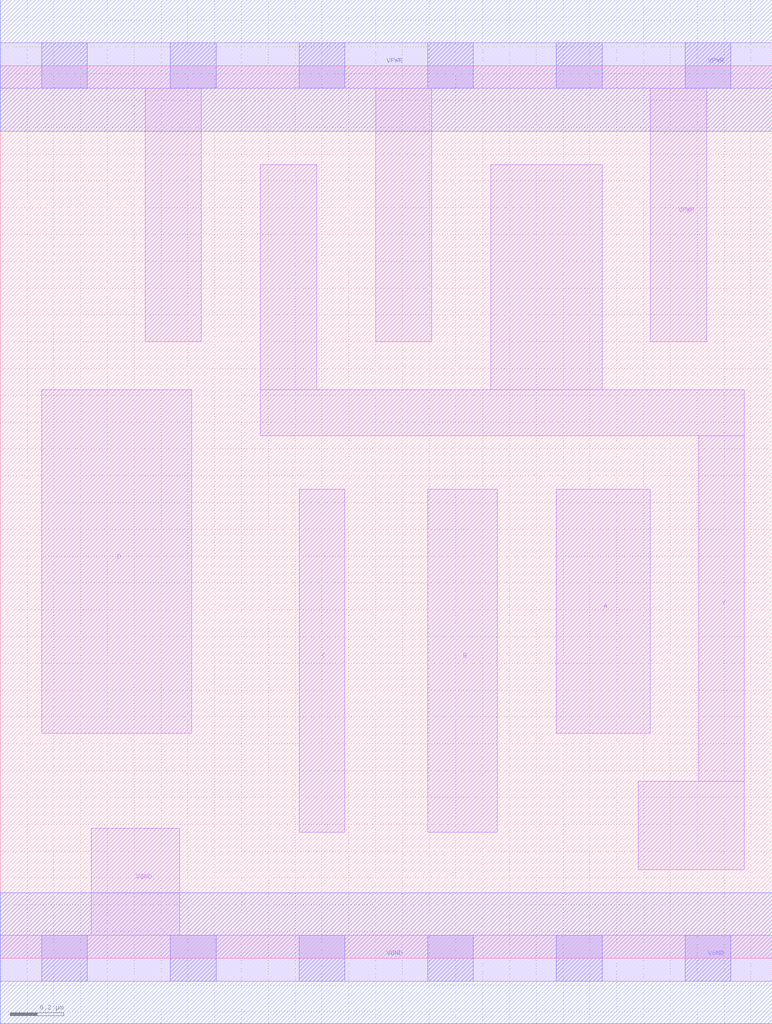
<source format=lef>
# Copyright 2020 The SkyWater PDK Authors
#
# Licensed under the Apache License, Version 2.0 (the "License");
# you may not use this file except in compliance with the License.
# You may obtain a copy of the License at
#
#     https://www.apache.org/licenses/LICENSE-2.0
#
# Unless required by applicable law or agreed to in writing, software
# distributed under the License is distributed on an "AS IS" BASIS,
# WITHOUT WARRANTIES OR CONDITIONS OF ANY KIND, either express or implied.
# See the License for the specific language governing permissions and
# limitations under the License.
#
# SPDX-License-Identifier: Apache-2.0

VERSION 5.7 ;
  NAMESCASESENSITIVE ON ;
  NOWIREEXTENSIONATPIN ON ;
  DIVIDERCHAR "/" ;
  BUSBITCHARS "[]" ;
UNITS
  DATABASE MICRONS 200 ;
END UNITS
MACRO sky130_fd_sc_lp__nand4_m
  CLASS CORE ;
  SOURCE USER ;
  FOREIGN sky130_fd_sc_lp__nand4_m ;
  ORIGIN  0.000000  0.000000 ;
  SIZE  2.880000 BY  3.330000 ;
  SYMMETRY X Y R90 ;
  SITE unit ;
  PIN A
    ANTENNAGATEAREA  0.126000 ;
    DIRECTION INPUT ;
    USE SIGNAL ;
    PORT
      LAYER li1 ;
        RECT 2.075000 0.840000 2.425000 1.750000 ;
    END
  END A
  PIN B
    ANTENNAGATEAREA  0.126000 ;
    DIRECTION INPUT ;
    USE SIGNAL ;
    PORT
      LAYER li1 ;
        RECT 1.595000 0.470000 1.855000 1.750000 ;
    END
  END B
  PIN C
    ANTENNAGATEAREA  0.126000 ;
    DIRECTION INPUT ;
    USE SIGNAL ;
    PORT
      LAYER li1 ;
        RECT 1.115000 0.470000 1.285000 1.750000 ;
    END
  END C
  PIN D
    ANTENNAGATEAREA  0.126000 ;
    DIRECTION INPUT ;
    USE SIGNAL ;
    PORT
      LAYER li1 ;
        RECT 0.155000 0.840000 0.715000 2.120000 ;
    END
  END D
  PIN Y
    ANTENNADIFFAREA  0.354900 ;
    DIRECTION OUTPUT ;
    USE SIGNAL ;
    PORT
      LAYER li1 ;
        RECT 0.970000 1.950000 2.775000 2.120000 ;
        RECT 0.970000 2.120000 1.180000 2.960000 ;
        RECT 1.830000 2.120000 2.245000 2.960000 ;
        RECT 2.380000 0.330000 2.775000 0.660000 ;
        RECT 2.605000 0.660000 2.775000 1.950000 ;
    END
  END Y
  PIN VGND
    DIRECTION INOUT ;
    USE GROUND ;
    PORT
      LAYER li1 ;
        RECT 0.000000 -0.085000 2.880000 0.085000 ;
        RECT 0.340000  0.085000 0.670000 0.485000 ;
      LAYER mcon ;
        RECT 0.155000 -0.085000 0.325000 0.085000 ;
        RECT 0.635000 -0.085000 0.805000 0.085000 ;
        RECT 1.115000 -0.085000 1.285000 0.085000 ;
        RECT 1.595000 -0.085000 1.765000 0.085000 ;
        RECT 2.075000 -0.085000 2.245000 0.085000 ;
        RECT 2.555000 -0.085000 2.725000 0.085000 ;
      LAYER met1 ;
        RECT 0.000000 -0.245000 2.880000 0.245000 ;
    END
  END VGND
  PIN VPWR
    DIRECTION INOUT ;
    USE POWER ;
    PORT
      LAYER li1 ;
        RECT 0.000000 3.245000 2.880000 3.415000 ;
        RECT 0.540000 2.300000 0.750000 3.245000 ;
        RECT 1.400000 2.300000 1.610000 3.245000 ;
        RECT 2.425000 2.300000 2.635000 3.245000 ;
      LAYER mcon ;
        RECT 0.155000 3.245000 0.325000 3.415000 ;
        RECT 0.635000 3.245000 0.805000 3.415000 ;
        RECT 1.115000 3.245000 1.285000 3.415000 ;
        RECT 1.595000 3.245000 1.765000 3.415000 ;
        RECT 2.075000 3.245000 2.245000 3.415000 ;
        RECT 2.555000 3.245000 2.725000 3.415000 ;
      LAYER met1 ;
        RECT 0.000000 3.085000 2.880000 3.575000 ;
    END
  END VPWR
END sky130_fd_sc_lp__nand4_m

</source>
